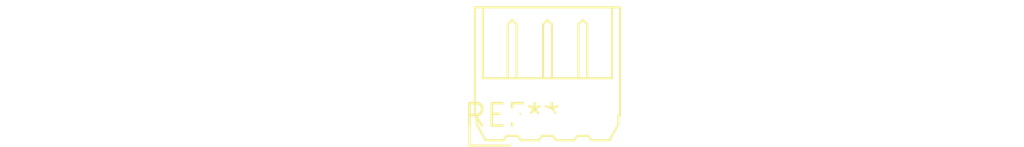
<source format=kicad_pcb>
(kicad_pcb (version 20240108) (generator pcbnew)
  (layers (0 "F.Cu" signal) (31 "B.Cu" signal) (34 "B.Paste" user) (35 "F.Paste" user) (36 "B.SilkS" user "B.Silkscreen") (37 "F.SilkS" user "F.Silkscreen") (38 "B.Mask" user) (39 "F.Mask" user) (44 "Edge.Cuts" user))
  (net 0 "")
  (footprint "Molex_Micro-Latch_53254-0370_1x03_P2.00mm_Horizontal" (layer "F.Cu") (at 0 0)
    (property "Reference" "REF**")
    (property "Value" "Molex_Micro-Latch_53254-0370_1x03_P2.00mm_Horizontal")
    (fp_line (start -2.41 1.71) (end -2.41 -0.59) (layer "F.SilkS") (stroke (width 0.12)))
    (fp_line (start -2.11 -6.11) (end 2 -6.11) (layer "F.SilkS") (stroke (width 0.12)))
    (fp_line (start -2.11 0) (end -2.11 -6.11) (layer "F.SilkS") (stroke (width 0.12)))
    (fp_line (start -2.01 0) (end -2.11 0) (layer "F.SilkS") (stroke (width 0.12)))
    (fp_line (start -2.01 0.5) (end -2.01 0) (layer "F.SilkS") (stroke (width 0.12)))
    (fp_line (start -1.66 -6.11) (end -1.66 -2.1) (layer "F.SilkS") (stroke (width 0.12)))
    (fp_line (start -1.66 -2.1) (end 5.66 -2.1) (layer "F.SilkS") (stroke (width 0.12)))
    (fp_line (start -1.51 1.41) (end -2.01 0.5) (layer "F.SilkS") (stroke (width 0.12)))
    (fp_line (start -0.5 1.41) (end -1.51 1.41) (layer "F.SilkS") (stroke (width 0.12)))
    (fp_line (start -0.3 1.16) (end -0.5 1.41) (layer "F.SilkS") (stroke (width 0.12)))
    (fp_line (start -0.3 1.16) (end 0.3 1.16) (layer "F.SilkS") (stroke (width 0.12)))
    (fp_line (start -0.25 -5.15) (end 0 -5.4) (layer "F.SilkS") (stroke (width 0.12)))
    (fp_line (start -0.25 -2.1) (end -0.25 -5.15) (layer "F.SilkS") (stroke (width 0.12)))
    (fp_line (start -0.11 1.71) (end -2.41 1.71) (layer "F.SilkS") (stroke (width 0.12)))
    (fp_line (start 0 -5.4) (end 0.25 -5.15) (layer "F.SilkS") (stroke (width 0.12)))
    (fp_line (start 0.25 -5.15) (end 0.25 -2.1) (layer "F.SilkS") (stroke (width 0.12)))
    (fp_line (start 0.3 1.16) (end 0.5 1.41) (layer "F.SilkS") (stroke (width 0.12)))
    (fp_line (start 0.5 1.41) (end 1.5 1.41) (layer "F.SilkS") (stroke (width 0.12)))
    (fp_line (start 1.5 1.41) (end 1.7 1.16) (layer "F.SilkS") (stroke (width 0.12)))
    (fp_line (start 1.7 1.16) (end 2.3 1.16) (layer "F.SilkS") (stroke (width 0.12)))
    (fp_line (start 1.75 -5.15) (end 2 -5.4) (layer "F.SilkS") (stroke (width 0.12)))
    (fp_line (start 1.75 -2.1) (end 1.75 -5.15) (layer "F.SilkS") (stroke (width 0.12)))
    (fp_line (start 2 -5.4) (end 2.25 -5.15) (layer "F.SilkS") (stroke (width 0.12)))
    (fp_line (start 2.25 -5.15) (end 2.25 -2.1) (layer "F.SilkS") (stroke (width 0.12)))
    (fp_line (start 2.3 1.16) (end 2.5 1.41) (layer "F.SilkS") (stroke (width 0.12)))
    (fp_line (start 2.5 1.41) (end 3.5 1.41) (layer "F.SilkS") (stroke (width 0.12)))
    (fp_line (start 3.5 1.41) (end 3.7 1.16) (layer "F.SilkS") (stroke (width 0.12)))
    (fp_line (start 3.7 1.16) (end 4.3 1.16) (layer "F.SilkS") (stroke (width 0.12)))
    (fp_line (start 3.75 -5.15) (end 4 -5.4) (layer "F.SilkS") (stroke (width 0.12)))
    (fp_line (start 3.75 -2.1) (end 3.75 -5.15) (layer "F.SilkS") (stroke (width 0.12)))
    (fp_line (start 4 -5.4) (end 4.25 -5.15) (layer "F.SilkS") (stroke (width 0.12)))
    (fp_line (start 4.25 -5.15) (end 4.25 -2.1) (layer "F.SilkS") (stroke (width 0.12)))
    (fp_line (start 4.3 1.16) (end 4.5 1.41) (layer "F.SilkS") (stroke (width 0.12)))
    (fp_line (start 4.5 1.41) (end 5.51 1.41) (layer "F.SilkS") (stroke (width 0.12)))
    (fp_line (start 5.51 1.41) (end 6.01 0.5) (layer "F.SilkS") (stroke (width 0.12)))
    (fp_line (start 5.66 -2.1) (end 5.66 -6.11) (layer "F.SilkS") (stroke (width 0.12)))
    (fp_line (start 6.01 0) (end 6.11 0) (layer "F.SilkS") (stroke (width 0.12)))
    (fp_line (start 6.01 0.5) (end 6.01 0) (layer "F.SilkS") (stroke (width 0.12)))
    (fp_line (start 6.11 -6.11) (end 2 -6.11) (layer "F.SilkS") (stroke (width 0.12)))
    (fp_line (start 6.11 0) (end 6.11 -6.11) (layer "F.SilkS") (stroke (width 0.12)))
    (pad "1" thru_hole roundrect (at 0 0) (size 1.2 1.8) (drill 0.8) (layers *.Cu *.Mask) (remove_unused_layers) (roundrect_rratio 0.208333))
    (pad "2" thru_hole oval (at 2 0) (size 1.2 1.8) (drill 0.8) (layers *.Cu *.Mask) (remove_unused_layers))
    (pad "3" thru_hole oval (at 4 0) (size 1.2 1.8) (drill 0.8) (layers *.Cu *.Mask) (remove_unused_layers))
  )
)
</source>
